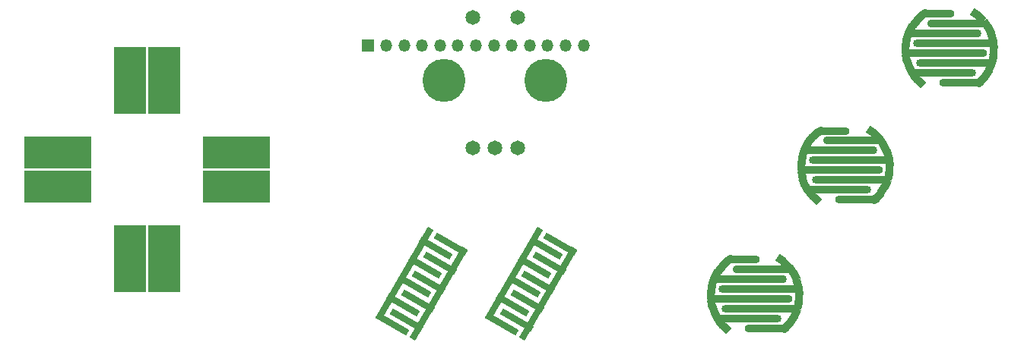
<source format=gts>
%TF.GenerationSoftware,KiCad,Pcbnew,(6.0.0)*%
%TF.CreationDate,2022-03-13T17:58:50-04:00*%
%TF.ProjectId,jaguar controller top pcb,6a616775-6172-4206-936f-6e74726f6c6c,rev?*%
%TF.SameCoordinates,Original*%
%TF.FileFunction,Soldermask,Top*%
%TF.FilePolarity,Negative*%
%FSLAX46Y46*%
G04 Gerber Fmt 4.6, Leading zero omitted, Abs format (unit mm)*
G04 Created by KiCad (PCBNEW (6.0.0)) date 2022-03-13 17:58:50*
%MOMM*%
%LPD*%
G01*
G04 APERTURE LIST*
G04 Aperture macros list*
%AMRoundRect*
0 Rectangle with rounded corners*
0 $1 Rounding radius*
0 $2 $3 $4 $5 $6 $7 $8 $9 X,Y pos of 4 corners*
0 Add a 4 corners polygon primitive as box body*
4,1,4,$2,$3,$4,$5,$6,$7,$8,$9,$2,$3,0*
0 Add four circle primitives for the rounded corners*
1,1,$1+$1,$2,$3*
1,1,$1+$1,$4,$5*
1,1,$1+$1,$6,$7*
1,1,$1+$1,$8,$9*
0 Add four rect primitives between the rounded corners*
20,1,$1+$1,$2,$3,$4,$5,0*
20,1,$1+$1,$4,$5,$6,$7,0*
20,1,$1+$1,$6,$7,$8,$9,0*
20,1,$1+$1,$8,$9,$2,$3,0*%
%AMRotRect*
0 Rectangle, with rotation*
0 The origin of the aperture is its center*
0 $1 length*
0 $2 width*
0 $3 Rotation angle, in degrees counterclockwise*
0 Add horizontal line*
21,1,$1,$2,0,0,$3*%
G04 Aperture macros list end*
%ADD10O,7.082827X0.900000*%
%ADD11RotRect,0.900000X0.900000X209.345165*%
%ADD12RotRect,0.900000X0.900000X190.121977*%
%ADD13O,8.123471X0.900000*%
%ADD14RoundRect,0.225000X0.313578X-0.054024X0.054024X0.313578X-0.313578X0.054024X-0.054024X-0.313578X0*%
%ADD15RotRect,0.900000X0.900000X228.568352*%
%ADD16RotRect,0.900000X0.900000X142.064007*%
%ADD17O,9.063382X0.900000*%
%ADD18RotRect,0.900000X0.900000X151.675601*%
%ADD19O,3.810000X0.900000*%
%ADD20RotRect,0.900000X0.900000X132.452413*%
%ADD21RotRect,0.900000X0.900000X218.956759*%
%ADD22RotRect,0.900000X0.900000X199.733571*%
%ADD23RotRect,0.900000X0.900000X170.898789*%
%ADD24RotRect,0.900000X0.900000X161.287195*%
%ADD25RotRect,0.900000X0.900000X180.510383*%
%ADD26RotRect,0.900000X0.900000X54.774382*%
%ADD27RotRect,0.900000X0.900000X357.104818*%
%ADD28RotRect,0.900000X0.900000X25.939600*%
%ADD29RotRect,0.900000X0.900000X35.551194*%
%ADD30RotRect,0.900000X0.900000X328.270036*%
%ADD31O,4.997485X0.888414*%
%ADD32RotRect,0.900000X0.900000X16.328006*%
%ADD33RotRect,0.900000X0.900000X347.493224*%
%ADD34O,8.438907X0.900000*%
%ADD35RoundRect,0.225000X-0.317581X0.019808X-0.019808X-0.317581X0.317581X-0.019808X0.019808X0.317581X0*%
%ADD36RotRect,0.900000X0.900000X318.658442*%
%ADD37RotRect,0.900000X0.900000X337.881630*%
%ADD38RotRect,0.900000X0.900000X45.162788*%
%ADD39O,8.938889X0.900000*%
%ADD40RotRect,0.900000X0.900000X6.716412*%
%ADD41O,6.457911X0.900000*%
%ADD42C,1.650000*%
%ADD43C,4.800000*%
%ADD44R,3.650000X7.410000*%
%ADD45RotRect,3.970000X0.720000X150.000000*%
%ADD46RotRect,0.720000X11.720000X150.000000*%
%ADD47R,7.410000X3.650000*%
%ADD48R,1.350000X1.350000*%
%ADD49O,1.350000X1.350000*%
G04 APERTURE END LIST*
D10*
%TO.C,SW7*%
X86321103Y-40115000D03*
D11*
X82675677Y-39938692D03*
D12*
X82121498Y-38393783D03*
D13*
X86454133Y-35715000D03*
D14*
X84125040Y-33515001D03*
D15*
X83707617Y-41215000D03*
D16*
X83083550Y-34508353D03*
D17*
X86591794Y-37915000D03*
D18*
X82633447Y-35198014D03*
D19*
X85542520Y-33515000D03*
D20*
X83642485Y-33903526D03*
D21*
X83137995Y-40620226D03*
D22*
X82333644Y-39189534D03*
D23*
X82106878Y-36752551D03*
D24*
X82304814Y-35953147D03*
D25*
X82045196Y-37573781D03*
D26*
X89794960Y-33515000D03*
D27*
X91868726Y-37778251D03*
D28*
X91379841Y-35380064D03*
D29*
X90958825Y-34672271D03*
D30*
X91140385Y-40114879D03*
D31*
X88294815Y-41215000D03*
D32*
X91676768Y-36148218D03*
D33*
X91758369Y-38594368D03*
D34*
X87425842Y-39015000D03*
D35*
X90212383Y-41215000D03*
D36*
X90650109Y-40776585D03*
D37*
X91513295Y-39380602D03*
D38*
X90425541Y-34044710D03*
D39*
X87353270Y-36815000D03*
D40*
X91841269Y-36955166D03*
D41*
X87688315Y-34615000D03*
%TD*%
D42*
%TO.C,VR1*%
X55488200Y-6487400D03*
X60488200Y-6487400D03*
X55488200Y-20987400D03*
X60488200Y-20987400D03*
X57988200Y-20987400D03*
D43*
X52288200Y-13487400D03*
X63688200Y-13487400D03*
%TD*%
D44*
%TO.C,SW3*%
X17370000Y-33400000D03*
X21130000Y-33400000D03*
%TD*%
D45*
%TO.C,SW5*%
X50181725Y-34328834D03*
D46*
X47864433Y-35092500D03*
D45*
X51401725Y-32215732D03*
X48961725Y-36441936D03*
X46521725Y-40668140D03*
X47741725Y-38555038D03*
X48188275Y-40221589D03*
X50628275Y-35995385D03*
X49408275Y-38108487D03*
D46*
X51735567Y-37327500D03*
D45*
X51848275Y-33882283D03*
X53068275Y-31769181D03*
%TD*%
D25*
%TO.C,SW9*%
X103725196Y-10113781D03*
D11*
X104355677Y-12478692D03*
D24*
X103984814Y-8493147D03*
D10*
X108001103Y-12655000D03*
D15*
X105387617Y-13755000D03*
D16*
X104763550Y-7048353D03*
D19*
X107222520Y-6055000D03*
D18*
X104313447Y-7738014D03*
D23*
X103786878Y-9292551D03*
D20*
X105322485Y-6443526D03*
D13*
X108134133Y-8255000D03*
D22*
X104013644Y-11729534D03*
D17*
X108271794Y-10455000D03*
D21*
X104817995Y-13160226D03*
D12*
X103801498Y-10933783D03*
D14*
X105805040Y-6055001D03*
D41*
X109368315Y-7155000D03*
D32*
X113356768Y-8688218D03*
D26*
X111474960Y-6055000D03*
D40*
X113521269Y-9495166D03*
D36*
X112330109Y-13316585D03*
D37*
X113193295Y-11920602D03*
D33*
X113438369Y-11134368D03*
D34*
X109105842Y-11555000D03*
D28*
X113059841Y-7920064D03*
D27*
X113548726Y-10318251D03*
D31*
X109974815Y-13755000D03*
D39*
X109033270Y-9355000D03*
D38*
X112105541Y-6584710D03*
D30*
X112820385Y-12654879D03*
D29*
X112638825Y-7212271D03*
D35*
X111892383Y-13755000D03*
%TD*%
D45*
%TO.C,SW6*%
X58731725Y-40668140D03*
D46*
X60074433Y-35092500D03*
D45*
X63611725Y-32215732D03*
X59951725Y-38555038D03*
X62391725Y-34328834D03*
X61171725Y-36441936D03*
X62838275Y-35995385D03*
X65278275Y-31769181D03*
X61618275Y-38108487D03*
X60398275Y-40221589D03*
X64058275Y-33882283D03*
D46*
X63945567Y-37327500D03*
%TD*%
D47*
%TO.C,SW1*%
X9280000Y-21550000D03*
X9280000Y-25310000D03*
%TD*%
D44*
%TO.C,SW2*%
X17370000Y-13460000D03*
X21130000Y-13460000D03*
%TD*%
D47*
%TO.C,SW4*%
X29220000Y-25310000D03*
X29220000Y-21550000D03*
%TD*%
D25*
%TO.C,SW8*%
X92095196Y-23183781D03*
D10*
X96371103Y-25725000D03*
D15*
X93757617Y-26825000D03*
D24*
X92354814Y-21563147D03*
D12*
X92171498Y-24003783D03*
D20*
X93692485Y-19513526D03*
D16*
X93133550Y-20118353D03*
D13*
X96504133Y-21325000D03*
D21*
X93187995Y-26230226D03*
D18*
X92683447Y-20808014D03*
D11*
X92725677Y-25548692D03*
D19*
X95592520Y-19125000D03*
D14*
X94175040Y-19125001D03*
D22*
X92383644Y-24799534D03*
D23*
X92156878Y-22362551D03*
D17*
X96641794Y-23525000D03*
D36*
X100700109Y-26386585D03*
D32*
X101726768Y-21758218D03*
D37*
X101563295Y-24990602D03*
D29*
X101008825Y-20282271D03*
D31*
X98344815Y-26825000D03*
D35*
X100262383Y-26825000D03*
D30*
X101190385Y-25724879D03*
D34*
X97475842Y-24625000D03*
D38*
X100475541Y-19654710D03*
D40*
X101891269Y-22565166D03*
D39*
X97403270Y-22425000D03*
D27*
X101918726Y-23388251D03*
D33*
X101808369Y-24204368D03*
D28*
X101429841Y-20990064D03*
D41*
X97738315Y-20225000D03*
D26*
X99844960Y-19125000D03*
%TD*%
D48*
%TO.C,J1*%
X43860000Y-9580000D03*
D49*
X45860000Y-9580000D03*
X47860000Y-9580000D03*
X49860000Y-9580000D03*
X51860000Y-9580000D03*
X53860000Y-9580000D03*
X55860000Y-9580000D03*
X57860000Y-9580000D03*
X59860000Y-9580000D03*
X61860000Y-9580000D03*
X63860000Y-9580000D03*
X65860000Y-9580000D03*
X67860000Y-9580000D03*
%TD*%
M02*

</source>
